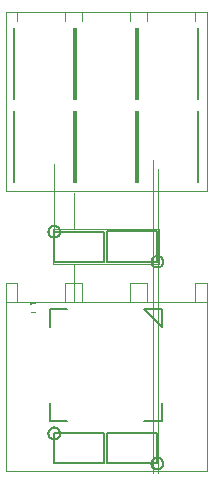
<source format=gbr>
G04 EAGLE Gerber RS-274X export*
G75*
%MOMM*%
%FSLAX34Y34*%
%LPD*%
%INSilkscreen Top*%
%IPPOS*%
%AMOC8*
5,1,8,0,0,1.08239X$1,22.5*%
G01*
%ADD10C,0.088900*%
%ADD11C,0.025400*%
%ADD12C,0.127000*%
%ADD13C,0.152400*%
%ADD14C,0.101600*%
%ADD15R,0.250000X0.225000*%


D10*
X40894Y419989D02*
X82042Y419989D01*
X96012Y419989D02*
X137160Y419989D01*
X151130Y419989D02*
X192278Y419989D01*
X201676Y419989D02*
X201676Y268097D01*
X31496Y268097D01*
X31496Y419989D01*
X201676Y174498D02*
X201676Y31496D01*
X31496Y31496D01*
D11*
X156337Y29464D02*
X156337Y294767D01*
X160782Y233807D02*
X160782Y30099D01*
D10*
X161544Y236220D02*
X71374Y236220D01*
X161544Y236220D02*
X161544Y206502D01*
X71374Y206502D01*
X71374Y236220D01*
X89789Y237109D02*
X89789Y267081D01*
X89662Y205486D02*
X89662Y175514D01*
X31496Y174498D02*
X201676Y174498D01*
X31496Y174498D02*
X31496Y31496D01*
X72390Y220599D02*
X72390Y291592D01*
X160274Y286766D02*
X160274Y215773D01*
X40894Y419989D02*
X31496Y419989D01*
X40894Y419989D02*
X40894Y411988D01*
X82042Y411988D02*
X82042Y419989D01*
X96012Y419989D01*
X96012Y412115D01*
X137160Y411988D02*
X137160Y419989D01*
X151130Y419989D01*
X151130Y412115D01*
X192278Y419989D02*
X201676Y419989D01*
X192278Y419989D02*
X192278Y411988D01*
X31496Y190373D02*
X31496Y175387D01*
X31496Y190373D02*
X40894Y190373D01*
X40894Y175387D01*
X82042Y175387D02*
X82042Y190373D01*
X96012Y190373D01*
X96012Y175514D01*
X137160Y175387D02*
X137160Y190373D01*
X151130Y190373D01*
X151130Y175514D01*
X201676Y175387D02*
X201676Y190373D01*
X192278Y190373D01*
X192278Y175387D01*
D12*
X163764Y168703D02*
X163764Y153703D01*
X163764Y168703D02*
X148764Y168703D01*
X163764Y88703D02*
X163764Y73703D01*
X148764Y73703D01*
X83764Y73703D02*
X68764Y73703D01*
X68764Y88703D01*
X68764Y153703D02*
X68764Y168703D01*
X83764Y168703D01*
X148764Y168703D02*
X163764Y153703D01*
X91186Y346202D02*
X91186Y406527D01*
X141986Y406527D02*
X141986Y346202D01*
X91186Y336169D02*
X91186Y275844D01*
X141986Y275844D02*
X141986Y336169D01*
X38989Y346202D02*
X38989Y406527D01*
X89789Y406527D02*
X89789Y346202D01*
X38989Y336169D02*
X38989Y275844D01*
X89789Y275844D02*
X89789Y336169D01*
X143383Y346202D02*
X143383Y406527D01*
X194183Y406527D02*
X194183Y346202D01*
X143383Y336169D02*
X143383Y275844D01*
X194183Y275844D02*
X194183Y336169D01*
D13*
X159939Y234185D02*
X159939Y208685D01*
X117439Y208685D01*
X117439Y234185D02*
X159939Y234185D01*
X117439Y234185D02*
X117439Y208685D01*
X154989Y208685D02*
X154991Y208825D01*
X154997Y208965D01*
X155007Y209105D01*
X155021Y209244D01*
X155038Y209383D01*
X155060Y209522D01*
X155086Y209659D01*
X155115Y209796D01*
X155149Y209932D01*
X155186Y210067D01*
X155227Y210201D01*
X155272Y210334D01*
X155320Y210465D01*
X155373Y210595D01*
X155428Y210724D01*
X155488Y210851D01*
X155551Y210976D01*
X155618Y211099D01*
X155688Y211220D01*
X155761Y211340D01*
X155838Y211457D01*
X155918Y211572D01*
X156001Y211684D01*
X156088Y211795D01*
X156177Y211902D01*
X156270Y212008D01*
X156365Y212110D01*
X156464Y212210D01*
X156565Y212307D01*
X156669Y212401D01*
X156775Y212492D01*
X156884Y212580D01*
X156996Y212665D01*
X157109Y212746D01*
X157225Y212825D01*
X157344Y212900D01*
X157464Y212972D01*
X157586Y213040D01*
X157710Y213105D01*
X157836Y213166D01*
X157964Y213224D01*
X158093Y213278D01*
X158224Y213328D01*
X158356Y213375D01*
X158490Y213418D01*
X158624Y213457D01*
X158760Y213492D01*
X158896Y213524D01*
X159033Y213551D01*
X159172Y213575D01*
X159310Y213595D01*
X159449Y213611D01*
X159589Y213623D01*
X159729Y213631D01*
X159869Y213635D01*
X160009Y213635D01*
X160149Y213631D01*
X160289Y213623D01*
X160429Y213611D01*
X160568Y213595D01*
X160706Y213575D01*
X160845Y213551D01*
X160982Y213524D01*
X161118Y213492D01*
X161254Y213457D01*
X161388Y213418D01*
X161522Y213375D01*
X161654Y213328D01*
X161785Y213278D01*
X161914Y213224D01*
X162042Y213166D01*
X162168Y213105D01*
X162292Y213040D01*
X162414Y212972D01*
X162534Y212900D01*
X162653Y212825D01*
X162769Y212746D01*
X162882Y212665D01*
X162994Y212580D01*
X163103Y212492D01*
X163209Y212401D01*
X163313Y212307D01*
X163414Y212210D01*
X163513Y212110D01*
X163608Y212008D01*
X163701Y211902D01*
X163790Y211795D01*
X163877Y211684D01*
X163960Y211572D01*
X164040Y211457D01*
X164117Y211340D01*
X164190Y211220D01*
X164260Y211099D01*
X164327Y210976D01*
X164390Y210851D01*
X164450Y210724D01*
X164505Y210595D01*
X164558Y210465D01*
X164606Y210334D01*
X164651Y210201D01*
X164692Y210067D01*
X164729Y209932D01*
X164763Y209796D01*
X164792Y209659D01*
X164818Y209522D01*
X164840Y209383D01*
X164857Y209244D01*
X164871Y209105D01*
X164881Y208965D01*
X164887Y208825D01*
X164889Y208685D01*
X164887Y208545D01*
X164881Y208405D01*
X164871Y208265D01*
X164857Y208126D01*
X164840Y207987D01*
X164818Y207848D01*
X164792Y207711D01*
X164763Y207574D01*
X164729Y207438D01*
X164692Y207303D01*
X164651Y207169D01*
X164606Y207036D01*
X164558Y206905D01*
X164505Y206775D01*
X164450Y206646D01*
X164390Y206519D01*
X164327Y206394D01*
X164260Y206271D01*
X164190Y206150D01*
X164117Y206030D01*
X164040Y205913D01*
X163960Y205798D01*
X163877Y205686D01*
X163790Y205575D01*
X163701Y205468D01*
X163608Y205362D01*
X163513Y205260D01*
X163414Y205160D01*
X163313Y205063D01*
X163209Y204969D01*
X163103Y204878D01*
X162994Y204790D01*
X162882Y204705D01*
X162769Y204624D01*
X162653Y204545D01*
X162534Y204470D01*
X162414Y204398D01*
X162292Y204330D01*
X162168Y204265D01*
X162042Y204204D01*
X161914Y204146D01*
X161785Y204092D01*
X161654Y204042D01*
X161522Y203995D01*
X161388Y203952D01*
X161254Y203913D01*
X161118Y203878D01*
X160982Y203846D01*
X160845Y203819D01*
X160706Y203795D01*
X160568Y203775D01*
X160429Y203759D01*
X160289Y203747D01*
X160149Y203739D01*
X160009Y203735D01*
X159869Y203735D01*
X159729Y203739D01*
X159589Y203747D01*
X159449Y203759D01*
X159310Y203775D01*
X159172Y203795D01*
X159033Y203819D01*
X158896Y203846D01*
X158760Y203878D01*
X158624Y203913D01*
X158490Y203952D01*
X158356Y203995D01*
X158224Y204042D01*
X158093Y204092D01*
X157964Y204146D01*
X157836Y204204D01*
X157710Y204265D01*
X157586Y204330D01*
X157464Y204398D01*
X157344Y204470D01*
X157225Y204545D01*
X157109Y204624D01*
X156996Y204705D01*
X156884Y204790D01*
X156775Y204878D01*
X156669Y204969D01*
X156565Y205063D01*
X156464Y205160D01*
X156365Y205260D01*
X156270Y205362D01*
X156177Y205468D01*
X156088Y205575D01*
X156001Y205686D01*
X155918Y205798D01*
X155838Y205913D01*
X155761Y206030D01*
X155688Y206150D01*
X155618Y206271D01*
X155551Y206394D01*
X155488Y206519D01*
X155428Y206646D01*
X155373Y206775D01*
X155320Y206905D01*
X155272Y207036D01*
X155227Y207169D01*
X155186Y207303D01*
X155149Y207438D01*
X155115Y207574D01*
X155086Y207711D01*
X155060Y207848D01*
X155038Y207987D01*
X155021Y208126D01*
X155007Y208265D01*
X154997Y208405D01*
X154991Y208545D01*
X154989Y208685D01*
X159939Y63370D02*
X159939Y37870D01*
X117439Y37870D01*
X117439Y63370D02*
X159939Y63370D01*
X117439Y63370D02*
X117439Y37870D01*
X154989Y37870D02*
X154991Y38010D01*
X154997Y38150D01*
X155007Y38290D01*
X155021Y38429D01*
X155038Y38568D01*
X155060Y38707D01*
X155086Y38844D01*
X155115Y38981D01*
X155149Y39117D01*
X155186Y39252D01*
X155227Y39386D01*
X155272Y39519D01*
X155320Y39650D01*
X155373Y39780D01*
X155428Y39909D01*
X155488Y40036D01*
X155551Y40161D01*
X155618Y40284D01*
X155688Y40405D01*
X155761Y40525D01*
X155838Y40642D01*
X155918Y40757D01*
X156001Y40869D01*
X156088Y40980D01*
X156177Y41087D01*
X156270Y41193D01*
X156365Y41295D01*
X156464Y41395D01*
X156565Y41492D01*
X156669Y41586D01*
X156775Y41677D01*
X156884Y41765D01*
X156996Y41850D01*
X157109Y41931D01*
X157225Y42010D01*
X157344Y42085D01*
X157464Y42157D01*
X157586Y42225D01*
X157710Y42290D01*
X157836Y42351D01*
X157964Y42409D01*
X158093Y42463D01*
X158224Y42513D01*
X158356Y42560D01*
X158490Y42603D01*
X158624Y42642D01*
X158760Y42677D01*
X158896Y42709D01*
X159033Y42736D01*
X159172Y42760D01*
X159310Y42780D01*
X159449Y42796D01*
X159589Y42808D01*
X159729Y42816D01*
X159869Y42820D01*
X160009Y42820D01*
X160149Y42816D01*
X160289Y42808D01*
X160429Y42796D01*
X160568Y42780D01*
X160706Y42760D01*
X160845Y42736D01*
X160982Y42709D01*
X161118Y42677D01*
X161254Y42642D01*
X161388Y42603D01*
X161522Y42560D01*
X161654Y42513D01*
X161785Y42463D01*
X161914Y42409D01*
X162042Y42351D01*
X162168Y42290D01*
X162292Y42225D01*
X162414Y42157D01*
X162534Y42085D01*
X162653Y42010D01*
X162769Y41931D01*
X162882Y41850D01*
X162994Y41765D01*
X163103Y41677D01*
X163209Y41586D01*
X163313Y41492D01*
X163414Y41395D01*
X163513Y41295D01*
X163608Y41193D01*
X163701Y41087D01*
X163790Y40980D01*
X163877Y40869D01*
X163960Y40757D01*
X164040Y40642D01*
X164117Y40525D01*
X164190Y40405D01*
X164260Y40284D01*
X164327Y40161D01*
X164390Y40036D01*
X164450Y39909D01*
X164505Y39780D01*
X164558Y39650D01*
X164606Y39519D01*
X164651Y39386D01*
X164692Y39252D01*
X164729Y39117D01*
X164763Y38981D01*
X164792Y38844D01*
X164818Y38707D01*
X164840Y38568D01*
X164857Y38429D01*
X164871Y38290D01*
X164881Y38150D01*
X164887Y38010D01*
X164889Y37870D01*
X164887Y37730D01*
X164881Y37590D01*
X164871Y37450D01*
X164857Y37311D01*
X164840Y37172D01*
X164818Y37033D01*
X164792Y36896D01*
X164763Y36759D01*
X164729Y36623D01*
X164692Y36488D01*
X164651Y36354D01*
X164606Y36221D01*
X164558Y36090D01*
X164505Y35960D01*
X164450Y35831D01*
X164390Y35704D01*
X164327Y35579D01*
X164260Y35456D01*
X164190Y35335D01*
X164117Y35215D01*
X164040Y35098D01*
X163960Y34983D01*
X163877Y34871D01*
X163790Y34760D01*
X163701Y34653D01*
X163608Y34547D01*
X163513Y34445D01*
X163414Y34345D01*
X163313Y34248D01*
X163209Y34154D01*
X163103Y34063D01*
X162994Y33975D01*
X162882Y33890D01*
X162769Y33809D01*
X162653Y33730D01*
X162534Y33655D01*
X162414Y33583D01*
X162292Y33515D01*
X162168Y33450D01*
X162042Y33389D01*
X161914Y33331D01*
X161785Y33277D01*
X161654Y33227D01*
X161522Y33180D01*
X161388Y33137D01*
X161254Y33098D01*
X161118Y33063D01*
X160982Y33031D01*
X160845Y33004D01*
X160706Y32980D01*
X160568Y32960D01*
X160429Y32944D01*
X160289Y32932D01*
X160149Y32924D01*
X160009Y32920D01*
X159869Y32920D01*
X159729Y32924D01*
X159589Y32932D01*
X159449Y32944D01*
X159310Y32960D01*
X159172Y32980D01*
X159033Y33004D01*
X158896Y33031D01*
X158760Y33063D01*
X158624Y33098D01*
X158490Y33137D01*
X158356Y33180D01*
X158224Y33227D01*
X158093Y33277D01*
X157964Y33331D01*
X157836Y33389D01*
X157710Y33450D01*
X157586Y33515D01*
X157464Y33583D01*
X157344Y33655D01*
X157225Y33730D01*
X157109Y33809D01*
X156996Y33890D01*
X156884Y33975D01*
X156775Y34063D01*
X156669Y34154D01*
X156565Y34248D01*
X156464Y34345D01*
X156365Y34445D01*
X156270Y34547D01*
X156177Y34653D01*
X156088Y34760D01*
X156001Y34871D01*
X155918Y34983D01*
X155838Y35098D01*
X155761Y35215D01*
X155688Y35335D01*
X155618Y35456D01*
X155551Y35579D01*
X155488Y35704D01*
X155428Y35831D01*
X155373Y35960D01*
X155320Y36090D01*
X155272Y36221D01*
X155227Y36354D01*
X155186Y36488D01*
X155149Y36623D01*
X155115Y36759D01*
X155086Y36896D01*
X155060Y37033D01*
X155038Y37172D01*
X155021Y37311D01*
X155007Y37450D01*
X154997Y37590D01*
X154991Y37730D01*
X154989Y37870D01*
X72725Y208664D02*
X72725Y234164D01*
X115225Y234164D01*
X115225Y208664D02*
X72725Y208664D01*
X115225Y208664D02*
X115225Y234164D01*
X67775Y234164D02*
X67777Y234304D01*
X67783Y234444D01*
X67793Y234584D01*
X67807Y234723D01*
X67824Y234862D01*
X67846Y235001D01*
X67872Y235138D01*
X67901Y235275D01*
X67935Y235411D01*
X67972Y235546D01*
X68013Y235680D01*
X68058Y235813D01*
X68106Y235944D01*
X68159Y236074D01*
X68214Y236203D01*
X68274Y236330D01*
X68337Y236455D01*
X68404Y236578D01*
X68474Y236699D01*
X68547Y236819D01*
X68624Y236936D01*
X68704Y237051D01*
X68787Y237163D01*
X68874Y237274D01*
X68963Y237381D01*
X69056Y237487D01*
X69151Y237589D01*
X69250Y237689D01*
X69351Y237786D01*
X69455Y237880D01*
X69561Y237971D01*
X69670Y238059D01*
X69782Y238144D01*
X69895Y238225D01*
X70011Y238304D01*
X70130Y238379D01*
X70250Y238451D01*
X70372Y238519D01*
X70496Y238584D01*
X70622Y238645D01*
X70750Y238703D01*
X70879Y238757D01*
X71010Y238807D01*
X71142Y238854D01*
X71276Y238897D01*
X71410Y238936D01*
X71546Y238971D01*
X71682Y239003D01*
X71819Y239030D01*
X71958Y239054D01*
X72096Y239074D01*
X72235Y239090D01*
X72375Y239102D01*
X72515Y239110D01*
X72655Y239114D01*
X72795Y239114D01*
X72935Y239110D01*
X73075Y239102D01*
X73215Y239090D01*
X73354Y239074D01*
X73492Y239054D01*
X73631Y239030D01*
X73768Y239003D01*
X73904Y238971D01*
X74040Y238936D01*
X74174Y238897D01*
X74308Y238854D01*
X74440Y238807D01*
X74571Y238757D01*
X74700Y238703D01*
X74828Y238645D01*
X74954Y238584D01*
X75078Y238519D01*
X75200Y238451D01*
X75320Y238379D01*
X75439Y238304D01*
X75555Y238225D01*
X75668Y238144D01*
X75780Y238059D01*
X75889Y237971D01*
X75995Y237880D01*
X76099Y237786D01*
X76200Y237689D01*
X76299Y237589D01*
X76394Y237487D01*
X76487Y237381D01*
X76576Y237274D01*
X76663Y237163D01*
X76746Y237051D01*
X76826Y236936D01*
X76903Y236819D01*
X76976Y236699D01*
X77046Y236578D01*
X77113Y236455D01*
X77176Y236330D01*
X77236Y236203D01*
X77291Y236074D01*
X77344Y235944D01*
X77392Y235813D01*
X77437Y235680D01*
X77478Y235546D01*
X77515Y235411D01*
X77549Y235275D01*
X77578Y235138D01*
X77604Y235001D01*
X77626Y234862D01*
X77643Y234723D01*
X77657Y234584D01*
X77667Y234444D01*
X77673Y234304D01*
X77675Y234164D01*
X77673Y234024D01*
X77667Y233884D01*
X77657Y233744D01*
X77643Y233605D01*
X77626Y233466D01*
X77604Y233327D01*
X77578Y233190D01*
X77549Y233053D01*
X77515Y232917D01*
X77478Y232782D01*
X77437Y232648D01*
X77392Y232515D01*
X77344Y232384D01*
X77291Y232254D01*
X77236Y232125D01*
X77176Y231998D01*
X77113Y231873D01*
X77046Y231750D01*
X76976Y231629D01*
X76903Y231509D01*
X76826Y231392D01*
X76746Y231277D01*
X76663Y231165D01*
X76576Y231054D01*
X76487Y230947D01*
X76394Y230841D01*
X76299Y230739D01*
X76200Y230639D01*
X76099Y230542D01*
X75995Y230448D01*
X75889Y230357D01*
X75780Y230269D01*
X75668Y230184D01*
X75555Y230103D01*
X75439Y230024D01*
X75320Y229949D01*
X75200Y229877D01*
X75078Y229809D01*
X74954Y229744D01*
X74828Y229683D01*
X74700Y229625D01*
X74571Y229571D01*
X74440Y229521D01*
X74308Y229474D01*
X74174Y229431D01*
X74040Y229392D01*
X73904Y229357D01*
X73768Y229325D01*
X73631Y229298D01*
X73492Y229274D01*
X73354Y229254D01*
X73215Y229238D01*
X73075Y229226D01*
X72935Y229218D01*
X72795Y229214D01*
X72655Y229214D01*
X72515Y229218D01*
X72375Y229226D01*
X72235Y229238D01*
X72096Y229254D01*
X71958Y229274D01*
X71819Y229298D01*
X71682Y229325D01*
X71546Y229357D01*
X71410Y229392D01*
X71276Y229431D01*
X71142Y229474D01*
X71010Y229521D01*
X70879Y229571D01*
X70750Y229625D01*
X70622Y229683D01*
X70496Y229744D01*
X70372Y229809D01*
X70250Y229877D01*
X70130Y229949D01*
X70011Y230024D01*
X69895Y230103D01*
X69782Y230184D01*
X69670Y230269D01*
X69561Y230357D01*
X69455Y230448D01*
X69351Y230542D01*
X69250Y230639D01*
X69151Y230739D01*
X69056Y230841D01*
X68963Y230947D01*
X68874Y231054D01*
X68787Y231165D01*
X68704Y231277D01*
X68624Y231392D01*
X68547Y231509D01*
X68474Y231629D01*
X68404Y231750D01*
X68337Y231873D01*
X68274Y231998D01*
X68214Y232125D01*
X68159Y232254D01*
X68106Y232384D01*
X68058Y232515D01*
X68013Y232648D01*
X67972Y232782D01*
X67935Y232917D01*
X67901Y233053D01*
X67872Y233190D01*
X67846Y233327D01*
X67824Y233466D01*
X67807Y233605D01*
X67793Y233744D01*
X67783Y233884D01*
X67777Y234024D01*
X67775Y234164D01*
X72725Y63349D02*
X72725Y37849D01*
X72725Y63349D02*
X115225Y63349D01*
X115225Y37849D02*
X72725Y37849D01*
X115225Y37849D02*
X115225Y63349D01*
X67775Y63349D02*
X67777Y63489D01*
X67783Y63629D01*
X67793Y63769D01*
X67807Y63908D01*
X67824Y64047D01*
X67846Y64186D01*
X67872Y64323D01*
X67901Y64460D01*
X67935Y64596D01*
X67972Y64731D01*
X68013Y64865D01*
X68058Y64998D01*
X68106Y65129D01*
X68159Y65259D01*
X68214Y65388D01*
X68274Y65515D01*
X68337Y65640D01*
X68404Y65763D01*
X68474Y65884D01*
X68547Y66004D01*
X68624Y66121D01*
X68704Y66236D01*
X68787Y66348D01*
X68874Y66459D01*
X68963Y66566D01*
X69056Y66672D01*
X69151Y66774D01*
X69250Y66874D01*
X69351Y66971D01*
X69455Y67065D01*
X69561Y67156D01*
X69670Y67244D01*
X69782Y67329D01*
X69895Y67410D01*
X70011Y67489D01*
X70130Y67564D01*
X70250Y67636D01*
X70372Y67704D01*
X70496Y67769D01*
X70622Y67830D01*
X70750Y67888D01*
X70879Y67942D01*
X71010Y67992D01*
X71142Y68039D01*
X71276Y68082D01*
X71410Y68121D01*
X71546Y68156D01*
X71682Y68188D01*
X71819Y68215D01*
X71958Y68239D01*
X72096Y68259D01*
X72235Y68275D01*
X72375Y68287D01*
X72515Y68295D01*
X72655Y68299D01*
X72795Y68299D01*
X72935Y68295D01*
X73075Y68287D01*
X73215Y68275D01*
X73354Y68259D01*
X73492Y68239D01*
X73631Y68215D01*
X73768Y68188D01*
X73904Y68156D01*
X74040Y68121D01*
X74174Y68082D01*
X74308Y68039D01*
X74440Y67992D01*
X74571Y67942D01*
X74700Y67888D01*
X74828Y67830D01*
X74954Y67769D01*
X75078Y67704D01*
X75200Y67636D01*
X75320Y67564D01*
X75439Y67489D01*
X75555Y67410D01*
X75668Y67329D01*
X75780Y67244D01*
X75889Y67156D01*
X75995Y67065D01*
X76099Y66971D01*
X76200Y66874D01*
X76299Y66774D01*
X76394Y66672D01*
X76487Y66566D01*
X76576Y66459D01*
X76663Y66348D01*
X76746Y66236D01*
X76826Y66121D01*
X76903Y66004D01*
X76976Y65884D01*
X77046Y65763D01*
X77113Y65640D01*
X77176Y65515D01*
X77236Y65388D01*
X77291Y65259D01*
X77344Y65129D01*
X77392Y64998D01*
X77437Y64865D01*
X77478Y64731D01*
X77515Y64596D01*
X77549Y64460D01*
X77578Y64323D01*
X77604Y64186D01*
X77626Y64047D01*
X77643Y63908D01*
X77657Y63769D01*
X77667Y63629D01*
X77673Y63489D01*
X77675Y63349D01*
X77673Y63209D01*
X77667Y63069D01*
X77657Y62929D01*
X77643Y62790D01*
X77626Y62651D01*
X77604Y62512D01*
X77578Y62375D01*
X77549Y62238D01*
X77515Y62102D01*
X77478Y61967D01*
X77437Y61833D01*
X77392Y61700D01*
X77344Y61569D01*
X77291Y61439D01*
X77236Y61310D01*
X77176Y61183D01*
X77113Y61058D01*
X77046Y60935D01*
X76976Y60814D01*
X76903Y60694D01*
X76826Y60577D01*
X76746Y60462D01*
X76663Y60350D01*
X76576Y60239D01*
X76487Y60132D01*
X76394Y60026D01*
X76299Y59924D01*
X76200Y59824D01*
X76099Y59727D01*
X75995Y59633D01*
X75889Y59542D01*
X75780Y59454D01*
X75668Y59369D01*
X75555Y59288D01*
X75439Y59209D01*
X75320Y59134D01*
X75200Y59062D01*
X75078Y58994D01*
X74954Y58929D01*
X74828Y58868D01*
X74700Y58810D01*
X74571Y58756D01*
X74440Y58706D01*
X74308Y58659D01*
X74174Y58616D01*
X74040Y58577D01*
X73904Y58542D01*
X73768Y58510D01*
X73631Y58483D01*
X73492Y58459D01*
X73354Y58439D01*
X73215Y58423D01*
X73075Y58411D01*
X72935Y58403D01*
X72795Y58399D01*
X72655Y58399D01*
X72515Y58403D01*
X72375Y58411D01*
X72235Y58423D01*
X72096Y58439D01*
X71958Y58459D01*
X71819Y58483D01*
X71682Y58510D01*
X71546Y58542D01*
X71410Y58577D01*
X71276Y58616D01*
X71142Y58659D01*
X71010Y58706D01*
X70879Y58756D01*
X70750Y58810D01*
X70622Y58868D01*
X70496Y58929D01*
X70372Y58994D01*
X70250Y59062D01*
X70130Y59134D01*
X70011Y59209D01*
X69895Y59288D01*
X69782Y59369D01*
X69670Y59454D01*
X69561Y59542D01*
X69455Y59633D01*
X69351Y59727D01*
X69250Y59824D01*
X69151Y59924D01*
X69056Y60026D01*
X68963Y60132D01*
X68874Y60239D01*
X68787Y60350D01*
X68704Y60462D01*
X68624Y60577D01*
X68547Y60694D01*
X68474Y60814D01*
X68404Y60935D01*
X68337Y61058D01*
X68274Y61183D01*
X68214Y61310D01*
X68159Y61439D01*
X68106Y61569D01*
X68058Y61700D01*
X68013Y61833D01*
X67972Y61967D01*
X67935Y62102D01*
X67901Y62238D01*
X67872Y62375D01*
X67846Y62512D01*
X67824Y62651D01*
X67807Y62790D01*
X67793Y62929D01*
X67783Y63069D01*
X67777Y63209D01*
X67775Y63349D01*
D14*
X56610Y173426D02*
X52610Y173426D01*
X52610Y166426D02*
X56610Y166426D01*
D15*
X53360Y172801D03*
M02*

</source>
